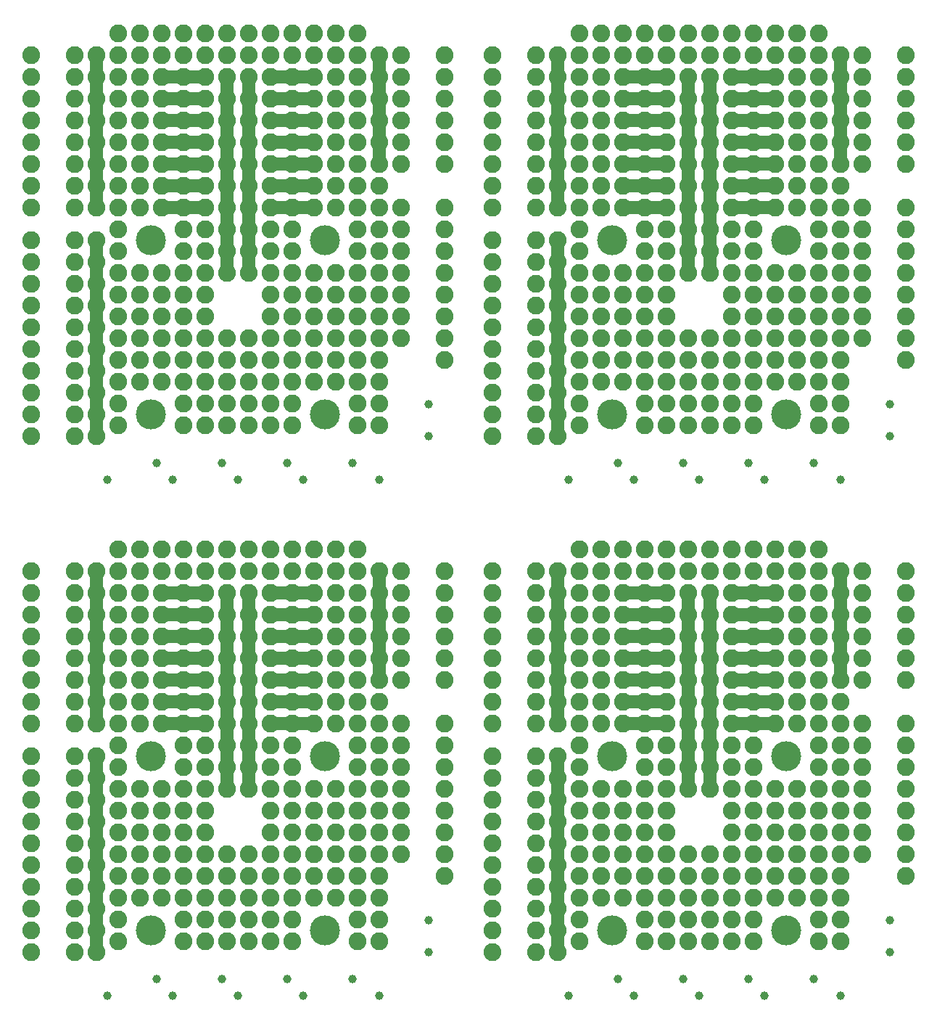
<source format=gbs>
G75*
%MOIN*%
%OFA0B0*%
%FSLAX25Y25*%
%IPPOS*%
%LPD*%
%AMOC8*
5,1,8,0,0,1.08239X$1,22.5*
%
%ADD10C,0.06000*%
%ADD11C,0.08200*%
%ADD12C,0.13800*%
%ADD13C,0.03900*%
D10*
X0130355Y0102524D02*
X0130355Y0192524D01*
X0130355Y0207524D02*
X0130355Y0277524D01*
X0160355Y0267524D02*
X0180355Y0267524D01*
X0180355Y0257524D02*
X0160355Y0257524D01*
X0160355Y0247524D02*
X0180355Y0247524D01*
X0180355Y0237524D02*
X0160355Y0237524D01*
X0160355Y0227524D02*
X0180355Y0227524D01*
X0180355Y0217524D02*
X0160355Y0217524D01*
X0160355Y0207524D02*
X0180355Y0207524D01*
X0210355Y0207524D02*
X0230355Y0207524D01*
X0230355Y0217524D02*
X0210355Y0217524D01*
X0210355Y0227524D02*
X0230355Y0227524D01*
X0230355Y0237524D02*
X0210355Y0237524D01*
X0210355Y0247524D02*
X0230355Y0247524D01*
X0230355Y0257524D02*
X0210355Y0257524D01*
X0210355Y0267524D02*
X0230355Y0267524D01*
X0260355Y0277524D02*
X0260355Y0227524D01*
X0200355Y0267524D02*
X0200355Y0177524D01*
X0190355Y0177524D02*
X0190355Y0267524D01*
X0130355Y0339524D02*
X0130355Y0429524D01*
X0130355Y0444524D02*
X0130355Y0514524D01*
X0160355Y0504524D02*
X0180355Y0504524D01*
X0180355Y0494524D02*
X0160355Y0494524D01*
X0160355Y0484524D02*
X0180355Y0484524D01*
X0180355Y0474524D02*
X0160355Y0474524D01*
X0160355Y0464524D02*
X0180355Y0464524D01*
X0180355Y0454524D02*
X0160355Y0454524D01*
X0160355Y0444524D02*
X0180355Y0444524D01*
X0210355Y0444524D02*
X0230355Y0444524D01*
X0230355Y0454524D02*
X0210355Y0454524D01*
X0210355Y0464524D02*
X0230355Y0464524D01*
X0230355Y0474524D02*
X0210355Y0474524D01*
X0210355Y0484524D02*
X0230355Y0484524D01*
X0230355Y0494524D02*
X0210355Y0494524D01*
X0210355Y0504524D02*
X0230355Y0504524D01*
X0260355Y0514524D02*
X0260355Y0464524D01*
X0200355Y0504524D02*
X0200355Y0414524D01*
X0190355Y0414524D02*
X0190355Y0504524D01*
X0342355Y0514524D02*
X0342355Y0444524D01*
X0342355Y0429524D02*
X0342355Y0339524D01*
X0342355Y0277524D02*
X0342355Y0207524D01*
X0342355Y0192524D02*
X0342355Y0102524D01*
X0402355Y0177524D02*
X0402355Y0267524D01*
X0392355Y0267524D02*
X0372355Y0267524D01*
X0372355Y0257524D02*
X0392355Y0257524D01*
X0392355Y0247524D02*
X0372355Y0247524D01*
X0372355Y0237524D02*
X0392355Y0237524D01*
X0392355Y0227524D02*
X0372355Y0227524D01*
X0372355Y0217524D02*
X0392355Y0217524D01*
X0392355Y0207524D02*
X0372355Y0207524D01*
X0412355Y0177524D02*
X0412355Y0267524D01*
X0422355Y0267524D02*
X0442355Y0267524D01*
X0442355Y0257524D02*
X0422355Y0257524D01*
X0422355Y0247524D02*
X0442355Y0247524D01*
X0442355Y0237524D02*
X0422355Y0237524D01*
X0422355Y0227524D02*
X0442355Y0227524D01*
X0442355Y0217524D02*
X0422355Y0217524D01*
X0422355Y0207524D02*
X0442355Y0207524D01*
X0472355Y0227524D02*
X0472355Y0277524D01*
X0412355Y0414524D02*
X0412355Y0504524D01*
X0402355Y0504524D02*
X0402355Y0414524D01*
X0392355Y0444524D02*
X0372355Y0444524D01*
X0372355Y0454524D02*
X0392355Y0454524D01*
X0392355Y0464524D02*
X0372355Y0464524D01*
X0372355Y0474524D02*
X0392355Y0474524D01*
X0392355Y0484524D02*
X0372355Y0484524D01*
X0372355Y0494524D02*
X0392355Y0494524D01*
X0392355Y0504524D02*
X0372355Y0504524D01*
X0422355Y0504524D02*
X0442355Y0504524D01*
X0442355Y0494524D02*
X0422355Y0494524D01*
X0422355Y0484524D02*
X0442355Y0484524D01*
X0442355Y0474524D02*
X0422355Y0474524D01*
X0422355Y0464524D02*
X0442355Y0464524D01*
X0442355Y0454524D02*
X0422355Y0454524D01*
X0422355Y0444524D02*
X0442355Y0444524D01*
X0472355Y0464524D02*
X0472355Y0514524D01*
D11*
X0100355Y0102524D03*
X0100355Y0112524D03*
X0100355Y0122524D03*
X0100355Y0132524D03*
X0100355Y0142524D03*
X0100355Y0152524D03*
X0100355Y0162524D03*
X0100355Y0172524D03*
X0100355Y0182524D03*
X0100355Y0192524D03*
X0100355Y0207524D03*
X0100355Y0217524D03*
X0100355Y0227524D03*
X0100355Y0237524D03*
X0100355Y0247524D03*
X0100355Y0257524D03*
X0100355Y0267524D03*
X0100355Y0277524D03*
X0120355Y0277524D03*
X0130355Y0277524D03*
X0130355Y0267524D03*
X0120355Y0267524D03*
X0120355Y0257524D03*
X0130355Y0257524D03*
X0130355Y0247524D03*
X0120355Y0247524D03*
X0120355Y0237524D03*
X0130355Y0237524D03*
X0130355Y0227524D03*
X0120355Y0227524D03*
X0120355Y0217524D03*
X0120355Y0207524D03*
X0130355Y0207524D03*
X0130355Y0217524D03*
X0140355Y0217524D03*
X0140355Y0207524D03*
X0140355Y0197524D03*
X0140355Y0187524D03*
X0140355Y0177524D03*
X0140355Y0167524D03*
X0140355Y0157524D03*
X0140355Y0147524D03*
X0140355Y0137524D03*
X0140355Y0127524D03*
X0140355Y0117524D03*
X0140355Y0107524D03*
X0130355Y0112524D03*
X0120355Y0112524D03*
X0120355Y0122524D03*
X0130355Y0122524D03*
X0130355Y0132524D03*
X0120355Y0132524D03*
X0120355Y0142524D03*
X0120355Y0152524D03*
X0130355Y0152524D03*
X0130355Y0142524D03*
X0130355Y0162524D03*
X0120355Y0162524D03*
X0120355Y0172524D03*
X0120355Y0182524D03*
X0130355Y0182524D03*
X0130355Y0172524D03*
X0130355Y0192524D03*
X0120355Y0192524D03*
X0150355Y0207524D03*
X0150355Y0217524D03*
X0150355Y0227524D03*
X0140355Y0227524D03*
X0140355Y0237524D03*
X0140355Y0247524D03*
X0140355Y0257524D03*
X0140355Y0267524D03*
X0140355Y0277524D03*
X0140355Y0287524D03*
X0150355Y0287524D03*
X0150355Y0277524D03*
X0150355Y0267524D03*
X0150355Y0257524D03*
X0150355Y0247524D03*
X0150355Y0237524D03*
X0160355Y0237524D03*
X0160355Y0247524D03*
X0160355Y0257524D03*
X0160355Y0267524D03*
X0160355Y0277524D03*
X0160355Y0287524D03*
X0170355Y0287524D03*
X0170355Y0277524D03*
X0170355Y0267524D03*
X0170355Y0257524D03*
X0170355Y0247524D03*
X0170355Y0237524D03*
X0170355Y0227524D03*
X0160355Y0227524D03*
X0160355Y0217524D03*
X0160355Y0207524D03*
X0170355Y0207524D03*
X0170355Y0217524D03*
X0180355Y0217524D03*
X0180355Y0207524D03*
X0180355Y0197524D03*
X0170355Y0197524D03*
X0170355Y0187524D03*
X0170355Y0177524D03*
X0160355Y0177524D03*
X0150355Y0177524D03*
X0150355Y0167524D03*
X0150355Y0157524D03*
X0150355Y0147524D03*
X0150355Y0137524D03*
X0150355Y0127524D03*
X0160355Y0127524D03*
X0160355Y0137524D03*
X0160355Y0147524D03*
X0160355Y0157524D03*
X0160355Y0167524D03*
X0170355Y0167524D03*
X0170355Y0157524D03*
X0170355Y0147524D03*
X0170355Y0137524D03*
X0170355Y0127524D03*
X0170355Y0117524D03*
X0170355Y0107524D03*
X0180355Y0107524D03*
X0180355Y0117524D03*
X0180355Y0127524D03*
X0180355Y0137524D03*
X0180355Y0147524D03*
X0180355Y0157524D03*
X0180355Y0167524D03*
X0180355Y0177524D03*
X0180355Y0187524D03*
X0190355Y0187524D03*
X0190355Y0177524D03*
X0200355Y0177524D03*
X0200355Y0187524D03*
X0200355Y0197524D03*
X0190355Y0197524D03*
X0190355Y0207524D03*
X0190355Y0217524D03*
X0200355Y0217524D03*
X0200355Y0207524D03*
X0210355Y0207524D03*
X0210355Y0217524D03*
X0210355Y0227524D03*
X0200355Y0227524D03*
X0190355Y0227524D03*
X0180355Y0227524D03*
X0180355Y0237524D03*
X0180355Y0247524D03*
X0180355Y0257524D03*
X0180355Y0267524D03*
X0180355Y0277524D03*
X0180355Y0287524D03*
X0190355Y0287524D03*
X0190355Y0277524D03*
X0200355Y0277524D03*
X0200355Y0287524D03*
X0210355Y0287524D03*
X0210355Y0277524D03*
X0210355Y0267524D03*
X0200355Y0267524D03*
X0190355Y0267524D03*
X0190355Y0257524D03*
X0200355Y0257524D03*
X0200355Y0247524D03*
X0190355Y0247524D03*
X0190355Y0237524D03*
X0200355Y0237524D03*
X0210355Y0237524D03*
X0210355Y0247524D03*
X0210355Y0257524D03*
X0220355Y0257524D03*
X0220355Y0267524D03*
X0220355Y0277524D03*
X0220355Y0287524D03*
X0230355Y0287524D03*
X0230355Y0277524D03*
X0230355Y0267524D03*
X0230355Y0257524D03*
X0230355Y0247524D03*
X0230355Y0237524D03*
X0220355Y0237524D03*
X0220355Y0247524D03*
X0220355Y0227524D03*
X0220355Y0217524D03*
X0220355Y0207524D03*
X0220355Y0197524D03*
X0210355Y0197524D03*
X0210355Y0187524D03*
X0210355Y0177524D03*
X0210355Y0167524D03*
X0210355Y0157524D03*
X0210355Y0147524D03*
X0200355Y0147524D03*
X0190355Y0147524D03*
X0190355Y0137524D03*
X0200355Y0137524D03*
X0200355Y0127524D03*
X0190355Y0127524D03*
X0190355Y0117524D03*
X0190355Y0107524D03*
X0200355Y0107524D03*
X0200355Y0117524D03*
X0210355Y0117524D03*
X0210355Y0107524D03*
X0220355Y0107524D03*
X0220355Y0117524D03*
X0220355Y0127524D03*
X0210355Y0127524D03*
X0210355Y0137524D03*
X0220355Y0137524D03*
X0220355Y0147524D03*
X0220355Y0157524D03*
X0220355Y0167524D03*
X0220355Y0177524D03*
X0220355Y0187524D03*
X0230355Y0177524D03*
X0230355Y0167524D03*
X0230355Y0157524D03*
X0230355Y0147524D03*
X0230355Y0137524D03*
X0230355Y0127524D03*
X0240355Y0127524D03*
X0240355Y0137524D03*
X0240355Y0147524D03*
X0240355Y0157524D03*
X0240355Y0167524D03*
X0240355Y0177524D03*
X0250355Y0177524D03*
X0250355Y0187524D03*
X0260355Y0187524D03*
X0260355Y0177524D03*
X0260355Y0167524D03*
X0250355Y0167524D03*
X0250355Y0157524D03*
X0250355Y0147524D03*
X0260355Y0147524D03*
X0260355Y0157524D03*
X0270355Y0157524D03*
X0270355Y0147524D03*
X0260355Y0137524D03*
X0250355Y0137524D03*
X0250355Y0127524D03*
X0260355Y0127524D03*
X0260355Y0117524D03*
X0250355Y0117524D03*
X0250355Y0107524D03*
X0260355Y0107524D03*
X0290355Y0137524D03*
X0290355Y0147524D03*
X0290355Y0157524D03*
X0290355Y0167524D03*
X0290355Y0177524D03*
X0290355Y0187524D03*
X0290355Y0197524D03*
X0290355Y0207524D03*
X0290355Y0227524D03*
X0290355Y0237524D03*
X0290355Y0247524D03*
X0290355Y0257524D03*
X0290355Y0267524D03*
X0290355Y0277524D03*
X0270355Y0277524D03*
X0260355Y0277524D03*
X0250355Y0277524D03*
X0250355Y0287524D03*
X0240355Y0287524D03*
X0240355Y0277524D03*
X0240355Y0267524D03*
X0240355Y0257524D03*
X0240355Y0247524D03*
X0240355Y0237524D03*
X0240355Y0227524D03*
X0230355Y0227524D03*
X0230355Y0217524D03*
X0230355Y0207524D03*
X0240355Y0207524D03*
X0240355Y0217524D03*
X0250355Y0217524D03*
X0250355Y0207524D03*
X0260355Y0207524D03*
X0260355Y0217524D03*
X0260355Y0227524D03*
X0250355Y0227524D03*
X0250355Y0237524D03*
X0250355Y0247524D03*
X0260355Y0247524D03*
X0260355Y0237524D03*
X0270355Y0237524D03*
X0270355Y0247524D03*
X0270355Y0257524D03*
X0260355Y0257524D03*
X0250355Y0257524D03*
X0250355Y0267524D03*
X0260355Y0267524D03*
X0270355Y0267524D03*
X0270355Y0227524D03*
X0270355Y0207524D03*
X0270355Y0197524D03*
X0260355Y0197524D03*
X0250355Y0197524D03*
X0270355Y0187524D03*
X0270355Y0177524D03*
X0270355Y0167524D03*
X0312355Y0172524D03*
X0312355Y0182524D03*
X0312355Y0192524D03*
X0312355Y0207524D03*
X0312355Y0217524D03*
X0312355Y0227524D03*
X0312355Y0237524D03*
X0312355Y0247524D03*
X0312355Y0257524D03*
X0312355Y0267524D03*
X0312355Y0277524D03*
X0332355Y0277524D03*
X0342355Y0277524D03*
X0342355Y0267524D03*
X0332355Y0267524D03*
X0332355Y0257524D03*
X0342355Y0257524D03*
X0342355Y0247524D03*
X0332355Y0247524D03*
X0332355Y0237524D03*
X0342355Y0237524D03*
X0342355Y0227524D03*
X0332355Y0227524D03*
X0332355Y0217524D03*
X0332355Y0207524D03*
X0342355Y0207524D03*
X0342355Y0217524D03*
X0352355Y0217524D03*
X0352355Y0207524D03*
X0352355Y0197524D03*
X0352355Y0187524D03*
X0352355Y0177524D03*
X0352355Y0167524D03*
X0352355Y0157524D03*
X0352355Y0147524D03*
X0352355Y0137524D03*
X0352355Y0127524D03*
X0352355Y0117524D03*
X0352355Y0107524D03*
X0342355Y0112524D03*
X0332355Y0112524D03*
X0332355Y0122524D03*
X0342355Y0122524D03*
X0342355Y0132524D03*
X0332355Y0132524D03*
X0332355Y0142524D03*
X0332355Y0152524D03*
X0342355Y0152524D03*
X0342355Y0142524D03*
X0342355Y0162524D03*
X0332355Y0162524D03*
X0332355Y0172524D03*
X0332355Y0182524D03*
X0342355Y0182524D03*
X0342355Y0172524D03*
X0342355Y0192524D03*
X0332355Y0192524D03*
X0362355Y0207524D03*
X0362355Y0217524D03*
X0362355Y0227524D03*
X0352355Y0227524D03*
X0352355Y0237524D03*
X0352355Y0247524D03*
X0352355Y0257524D03*
X0352355Y0267524D03*
X0352355Y0277524D03*
X0352355Y0287524D03*
X0362355Y0287524D03*
X0362355Y0277524D03*
X0362355Y0267524D03*
X0362355Y0257524D03*
X0362355Y0247524D03*
X0362355Y0237524D03*
X0372355Y0237524D03*
X0372355Y0247524D03*
X0372355Y0257524D03*
X0372355Y0267524D03*
X0372355Y0277524D03*
X0372355Y0287524D03*
X0382355Y0287524D03*
X0382355Y0277524D03*
X0382355Y0267524D03*
X0382355Y0257524D03*
X0382355Y0247524D03*
X0382355Y0237524D03*
X0382355Y0227524D03*
X0372355Y0227524D03*
X0372355Y0217524D03*
X0372355Y0207524D03*
X0382355Y0207524D03*
X0382355Y0217524D03*
X0392355Y0217524D03*
X0392355Y0207524D03*
X0402355Y0207524D03*
X0402355Y0217524D03*
X0402355Y0227524D03*
X0392355Y0227524D03*
X0392355Y0237524D03*
X0392355Y0247524D03*
X0402355Y0247524D03*
X0402355Y0237524D03*
X0412355Y0237524D03*
X0412355Y0247524D03*
X0412355Y0257524D03*
X0402355Y0257524D03*
X0392355Y0257524D03*
X0392355Y0267524D03*
X0402355Y0267524D03*
X0402355Y0277524D03*
X0392355Y0277524D03*
X0392355Y0287524D03*
X0402355Y0287524D03*
X0412355Y0287524D03*
X0412355Y0277524D03*
X0412355Y0267524D03*
X0422355Y0267524D03*
X0422355Y0277524D03*
X0422355Y0287524D03*
X0432355Y0287524D03*
X0432355Y0277524D03*
X0432355Y0267524D03*
X0432355Y0257524D03*
X0422355Y0257524D03*
X0422355Y0247524D03*
X0422355Y0237524D03*
X0422355Y0227524D03*
X0412355Y0227524D03*
X0412355Y0217524D03*
X0412355Y0207524D03*
X0412355Y0197524D03*
X0402355Y0197524D03*
X0392355Y0197524D03*
X0382355Y0197524D03*
X0382355Y0187524D03*
X0382355Y0177524D03*
X0372355Y0177524D03*
X0362355Y0177524D03*
X0362355Y0167524D03*
X0362355Y0157524D03*
X0362355Y0147524D03*
X0362355Y0137524D03*
X0362355Y0127524D03*
X0372355Y0127524D03*
X0372355Y0137524D03*
X0372355Y0147524D03*
X0372355Y0157524D03*
X0372355Y0167524D03*
X0382355Y0167524D03*
X0382355Y0157524D03*
X0382355Y0147524D03*
X0382355Y0137524D03*
X0382355Y0127524D03*
X0382355Y0117524D03*
X0382355Y0107524D03*
X0392355Y0107524D03*
X0392355Y0117524D03*
X0402355Y0117524D03*
X0402355Y0107524D03*
X0412355Y0107524D03*
X0412355Y0117524D03*
X0412355Y0127524D03*
X0402355Y0127524D03*
X0392355Y0127524D03*
X0392355Y0137524D03*
X0402355Y0137524D03*
X0402355Y0147524D03*
X0392355Y0147524D03*
X0392355Y0157524D03*
X0392355Y0167524D03*
X0392355Y0177524D03*
X0392355Y0187524D03*
X0402355Y0187524D03*
X0402355Y0177524D03*
X0412355Y0177524D03*
X0412355Y0187524D03*
X0422355Y0187524D03*
X0422355Y0177524D03*
X0422355Y0167524D03*
X0422355Y0157524D03*
X0422355Y0147524D03*
X0412355Y0147524D03*
X0412355Y0137524D03*
X0422355Y0137524D03*
X0422355Y0127524D03*
X0422355Y0117524D03*
X0422355Y0107524D03*
X0432355Y0107524D03*
X0432355Y0117524D03*
X0432355Y0127524D03*
X0432355Y0137524D03*
X0432355Y0147524D03*
X0432355Y0157524D03*
X0432355Y0167524D03*
X0432355Y0177524D03*
X0432355Y0187524D03*
X0432355Y0197524D03*
X0422355Y0197524D03*
X0422355Y0207524D03*
X0422355Y0217524D03*
X0432355Y0217524D03*
X0432355Y0207524D03*
X0442355Y0207524D03*
X0442355Y0217524D03*
X0442355Y0227524D03*
X0432355Y0227524D03*
X0432355Y0237524D03*
X0432355Y0247524D03*
X0442355Y0247524D03*
X0442355Y0237524D03*
X0452355Y0237524D03*
X0452355Y0247524D03*
X0452355Y0257524D03*
X0442355Y0257524D03*
X0442355Y0267524D03*
X0442355Y0277524D03*
X0442355Y0287524D03*
X0452355Y0287524D03*
X0452355Y0277524D03*
X0452355Y0267524D03*
X0462355Y0267524D03*
X0472355Y0267524D03*
X0472355Y0277524D03*
X0462355Y0277524D03*
X0462355Y0287524D03*
X0482355Y0277524D03*
X0482355Y0267524D03*
X0482355Y0257524D03*
X0472355Y0257524D03*
X0462355Y0257524D03*
X0462355Y0247524D03*
X0462355Y0237524D03*
X0472355Y0237524D03*
X0472355Y0247524D03*
X0482355Y0247524D03*
X0482355Y0237524D03*
X0482355Y0227524D03*
X0472355Y0227524D03*
X0462355Y0227524D03*
X0452355Y0227524D03*
X0452355Y0217524D03*
X0452355Y0207524D03*
X0462355Y0207524D03*
X0462355Y0217524D03*
X0472355Y0217524D03*
X0472355Y0207524D03*
X0472355Y0197524D03*
X0462355Y0197524D03*
X0462355Y0187524D03*
X0462355Y0177524D03*
X0472355Y0177524D03*
X0472355Y0187524D03*
X0482355Y0187524D03*
X0482355Y0177524D03*
X0482355Y0167524D03*
X0472355Y0167524D03*
X0462355Y0167524D03*
X0452355Y0167524D03*
X0442355Y0167524D03*
X0442355Y0177524D03*
X0452355Y0177524D03*
X0452355Y0157524D03*
X0452355Y0147524D03*
X0442355Y0147524D03*
X0442355Y0157524D03*
X0442355Y0137524D03*
X0442355Y0127524D03*
X0452355Y0127524D03*
X0452355Y0137524D03*
X0462355Y0137524D03*
X0472355Y0137524D03*
X0472355Y0147524D03*
X0462355Y0147524D03*
X0462355Y0157524D03*
X0472355Y0157524D03*
X0482355Y0157524D03*
X0482355Y0147524D03*
X0502355Y0147524D03*
X0502355Y0157524D03*
X0502355Y0167524D03*
X0502355Y0177524D03*
X0502355Y0187524D03*
X0502355Y0197524D03*
X0502355Y0207524D03*
X0502355Y0227524D03*
X0502355Y0237524D03*
X0502355Y0247524D03*
X0502355Y0257524D03*
X0502355Y0267524D03*
X0502355Y0277524D03*
X0472355Y0344524D03*
X0462355Y0344524D03*
X0462355Y0354524D03*
X0462355Y0364524D03*
X0472355Y0364524D03*
X0472355Y0354524D03*
X0472355Y0374524D03*
X0462355Y0374524D03*
X0452355Y0374524D03*
X0442355Y0374524D03*
X0432355Y0374524D03*
X0422355Y0374524D03*
X0412355Y0374524D03*
X0402355Y0374524D03*
X0392355Y0374524D03*
X0382355Y0374524D03*
X0372355Y0374524D03*
X0362355Y0374524D03*
X0352355Y0374524D03*
X0352355Y0384524D03*
X0352355Y0394524D03*
X0352355Y0404524D03*
X0352355Y0414524D03*
X0352355Y0424524D03*
X0352355Y0434524D03*
X0352355Y0444524D03*
X0342355Y0444524D03*
X0332355Y0444524D03*
X0332355Y0454524D03*
X0332355Y0464524D03*
X0342355Y0464524D03*
X0342355Y0454524D03*
X0352355Y0454524D03*
X0352355Y0464524D03*
X0352355Y0474524D03*
X0342355Y0474524D03*
X0332355Y0474524D03*
X0332355Y0484524D03*
X0332355Y0494524D03*
X0342355Y0494524D03*
X0342355Y0484524D03*
X0352355Y0484524D03*
X0352355Y0494524D03*
X0352355Y0504524D03*
X0342355Y0504524D03*
X0332355Y0504524D03*
X0332355Y0514524D03*
X0342355Y0514524D03*
X0352355Y0514524D03*
X0352355Y0524524D03*
X0362355Y0524524D03*
X0362355Y0514524D03*
X0362355Y0504524D03*
X0362355Y0494524D03*
X0362355Y0484524D03*
X0362355Y0474524D03*
X0362355Y0464524D03*
X0362355Y0454524D03*
X0362355Y0444524D03*
X0372355Y0444524D03*
X0372355Y0454524D03*
X0372355Y0464524D03*
X0372355Y0474524D03*
X0372355Y0484524D03*
X0372355Y0494524D03*
X0372355Y0504524D03*
X0372355Y0514524D03*
X0372355Y0524524D03*
X0382355Y0524524D03*
X0382355Y0514524D03*
X0382355Y0504524D03*
X0382355Y0494524D03*
X0382355Y0484524D03*
X0382355Y0474524D03*
X0382355Y0464524D03*
X0382355Y0454524D03*
X0382355Y0444524D03*
X0382355Y0434524D03*
X0382355Y0424524D03*
X0382355Y0414524D03*
X0372355Y0414524D03*
X0362355Y0414524D03*
X0362355Y0404524D03*
X0362355Y0394524D03*
X0362355Y0384524D03*
X0372355Y0384524D03*
X0372355Y0394524D03*
X0372355Y0404524D03*
X0382355Y0404524D03*
X0382355Y0394524D03*
X0382355Y0384524D03*
X0392355Y0384524D03*
X0392355Y0394524D03*
X0402355Y0384524D03*
X0412355Y0384524D03*
X0422355Y0384524D03*
X0422355Y0394524D03*
X0422355Y0404524D03*
X0422355Y0414524D03*
X0422355Y0424524D03*
X0412355Y0424524D03*
X0412355Y0414524D03*
X0402355Y0414524D03*
X0392355Y0414524D03*
X0392355Y0424524D03*
X0402355Y0424524D03*
X0402355Y0434524D03*
X0392355Y0434524D03*
X0392355Y0444524D03*
X0402355Y0444524D03*
X0402355Y0454524D03*
X0392355Y0454524D03*
X0392355Y0464524D03*
X0402355Y0464524D03*
X0402355Y0474524D03*
X0392355Y0474524D03*
X0392355Y0484524D03*
X0392355Y0494524D03*
X0402355Y0494524D03*
X0402355Y0484524D03*
X0412355Y0484524D03*
X0412355Y0494524D03*
X0412355Y0504524D03*
X0402355Y0504524D03*
X0392355Y0504524D03*
X0392355Y0514524D03*
X0392355Y0524524D03*
X0402355Y0524524D03*
X0402355Y0514524D03*
X0412355Y0514524D03*
X0412355Y0524524D03*
X0422355Y0524524D03*
X0422355Y0514524D03*
X0422355Y0504524D03*
X0422355Y0494524D03*
X0422355Y0484524D03*
X0422355Y0474524D03*
X0412355Y0474524D03*
X0412355Y0464524D03*
X0412355Y0454524D03*
X0412355Y0444524D03*
X0412355Y0434524D03*
X0422355Y0434524D03*
X0422355Y0444524D03*
X0422355Y0454524D03*
X0422355Y0464524D03*
X0432355Y0464524D03*
X0432355Y0454524D03*
X0432355Y0444524D03*
X0432355Y0434524D03*
X0432355Y0424524D03*
X0432355Y0414524D03*
X0432355Y0404524D03*
X0432355Y0394524D03*
X0432355Y0384524D03*
X0442355Y0384524D03*
X0442355Y0394524D03*
X0442355Y0404524D03*
X0442355Y0414524D03*
X0452355Y0414524D03*
X0452355Y0404524D03*
X0452355Y0394524D03*
X0452355Y0384524D03*
X0462355Y0384524D03*
X0462355Y0394524D03*
X0472355Y0394524D03*
X0472355Y0384524D03*
X0482355Y0384524D03*
X0482355Y0394524D03*
X0482355Y0404524D03*
X0472355Y0404524D03*
X0462355Y0404524D03*
X0462355Y0414524D03*
X0462355Y0424524D03*
X0472355Y0424524D03*
X0472355Y0414524D03*
X0482355Y0414524D03*
X0482355Y0424524D03*
X0482355Y0434524D03*
X0472355Y0434524D03*
X0462355Y0434524D03*
X0462355Y0444524D03*
X0472355Y0444524D03*
X0472355Y0454524D03*
X0462355Y0454524D03*
X0462355Y0464524D03*
X0472355Y0464524D03*
X0472355Y0474524D03*
X0462355Y0474524D03*
X0452355Y0474524D03*
X0442355Y0474524D03*
X0432355Y0474524D03*
X0432355Y0484524D03*
X0432355Y0494524D03*
X0432355Y0504524D03*
X0432355Y0514524D03*
X0432355Y0524524D03*
X0442355Y0524524D03*
X0442355Y0514524D03*
X0442355Y0504524D03*
X0442355Y0494524D03*
X0442355Y0484524D03*
X0452355Y0484524D03*
X0452355Y0494524D03*
X0452355Y0504524D03*
X0452355Y0514524D03*
X0452355Y0524524D03*
X0462355Y0524524D03*
X0462355Y0514524D03*
X0472355Y0514524D03*
X0472355Y0504524D03*
X0462355Y0504524D03*
X0462355Y0494524D03*
X0462355Y0484524D03*
X0472355Y0484524D03*
X0472355Y0494524D03*
X0482355Y0494524D03*
X0482355Y0484524D03*
X0482355Y0474524D03*
X0482355Y0464524D03*
X0482355Y0444524D03*
X0502355Y0444524D03*
X0502355Y0434524D03*
X0502355Y0424524D03*
X0502355Y0414524D03*
X0502355Y0404524D03*
X0502355Y0394524D03*
X0502355Y0384524D03*
X0502355Y0374524D03*
X0452355Y0364524D03*
X0442355Y0364524D03*
X0432355Y0364524D03*
X0432355Y0354524D03*
X0422355Y0354524D03*
X0422355Y0364524D03*
X0412355Y0364524D03*
X0412355Y0354524D03*
X0402355Y0354524D03*
X0392355Y0354524D03*
X0392355Y0364524D03*
X0402355Y0364524D03*
X0382355Y0364524D03*
X0382355Y0354524D03*
X0382355Y0344524D03*
X0392355Y0344524D03*
X0402355Y0344524D03*
X0412355Y0344524D03*
X0422355Y0344524D03*
X0432355Y0344524D03*
X0392355Y0404524D03*
X0372355Y0364524D03*
X0362355Y0364524D03*
X0352355Y0364524D03*
X0352355Y0354524D03*
X0352355Y0344524D03*
X0342355Y0349524D03*
X0332355Y0349524D03*
X0332355Y0359524D03*
X0342355Y0359524D03*
X0342355Y0369524D03*
X0332355Y0369524D03*
X0332355Y0379524D03*
X0342355Y0379524D03*
X0342355Y0389524D03*
X0332355Y0389524D03*
X0332355Y0399524D03*
X0342355Y0399524D03*
X0342355Y0409524D03*
X0332355Y0409524D03*
X0332355Y0419524D03*
X0332355Y0429524D03*
X0342355Y0429524D03*
X0342355Y0419524D03*
X0312355Y0419524D03*
X0312355Y0429524D03*
X0312355Y0444524D03*
X0312355Y0454524D03*
X0312355Y0464524D03*
X0312355Y0474524D03*
X0312355Y0484524D03*
X0312355Y0494524D03*
X0312355Y0504524D03*
X0312355Y0514524D03*
X0290355Y0514524D03*
X0290355Y0504524D03*
X0290355Y0494524D03*
X0290355Y0484524D03*
X0290355Y0474524D03*
X0290355Y0464524D03*
X0290355Y0444524D03*
X0290355Y0434524D03*
X0290355Y0424524D03*
X0290355Y0414524D03*
X0290355Y0404524D03*
X0290355Y0394524D03*
X0290355Y0384524D03*
X0290355Y0374524D03*
X0270355Y0384524D03*
X0270355Y0394524D03*
X0260355Y0394524D03*
X0250355Y0394524D03*
X0250355Y0384524D03*
X0260355Y0384524D03*
X0260355Y0374524D03*
X0250355Y0374524D03*
X0240355Y0374524D03*
X0230355Y0374524D03*
X0220355Y0374524D03*
X0210355Y0374524D03*
X0200355Y0374524D03*
X0190355Y0374524D03*
X0180355Y0374524D03*
X0170355Y0374524D03*
X0160355Y0374524D03*
X0150355Y0374524D03*
X0140355Y0374524D03*
X0140355Y0384524D03*
X0140355Y0394524D03*
X0140355Y0404524D03*
X0140355Y0414524D03*
X0140355Y0424524D03*
X0140355Y0434524D03*
X0140355Y0444524D03*
X0130355Y0444524D03*
X0120355Y0444524D03*
X0120355Y0454524D03*
X0120355Y0464524D03*
X0130355Y0464524D03*
X0130355Y0454524D03*
X0140355Y0454524D03*
X0140355Y0464524D03*
X0140355Y0474524D03*
X0130355Y0474524D03*
X0120355Y0474524D03*
X0120355Y0484524D03*
X0120355Y0494524D03*
X0130355Y0494524D03*
X0130355Y0484524D03*
X0140355Y0484524D03*
X0140355Y0494524D03*
X0140355Y0504524D03*
X0130355Y0504524D03*
X0120355Y0504524D03*
X0120355Y0514524D03*
X0130355Y0514524D03*
X0140355Y0514524D03*
X0140355Y0524524D03*
X0150355Y0524524D03*
X0150355Y0514524D03*
X0150355Y0504524D03*
X0150355Y0494524D03*
X0150355Y0484524D03*
X0150355Y0474524D03*
X0150355Y0464524D03*
X0150355Y0454524D03*
X0150355Y0444524D03*
X0160355Y0444524D03*
X0160355Y0454524D03*
X0160355Y0464524D03*
X0160355Y0474524D03*
X0160355Y0484524D03*
X0160355Y0494524D03*
X0160355Y0504524D03*
X0160355Y0514524D03*
X0160355Y0524524D03*
X0170355Y0524524D03*
X0170355Y0514524D03*
X0170355Y0504524D03*
X0170355Y0494524D03*
X0170355Y0484524D03*
X0170355Y0474524D03*
X0170355Y0464524D03*
X0170355Y0454524D03*
X0170355Y0444524D03*
X0170355Y0434524D03*
X0170355Y0424524D03*
X0170355Y0414524D03*
X0160355Y0414524D03*
X0150355Y0414524D03*
X0150355Y0404524D03*
X0150355Y0394524D03*
X0150355Y0384524D03*
X0160355Y0384524D03*
X0160355Y0394524D03*
X0160355Y0404524D03*
X0170355Y0404524D03*
X0170355Y0394524D03*
X0170355Y0384524D03*
X0180355Y0384524D03*
X0180355Y0394524D03*
X0180355Y0404524D03*
X0180355Y0414524D03*
X0180355Y0424524D03*
X0180355Y0434524D03*
X0180355Y0444524D03*
X0180355Y0454524D03*
X0180355Y0464524D03*
X0180355Y0474524D03*
X0180355Y0484524D03*
X0180355Y0494524D03*
X0180355Y0504524D03*
X0180355Y0514524D03*
X0180355Y0524524D03*
X0190355Y0524524D03*
X0190355Y0514524D03*
X0200355Y0514524D03*
X0200355Y0524524D03*
X0210355Y0524524D03*
X0210355Y0514524D03*
X0210355Y0504524D03*
X0200355Y0504524D03*
X0190355Y0504524D03*
X0190355Y0494524D03*
X0190355Y0484524D03*
X0200355Y0484524D03*
X0200355Y0494524D03*
X0210355Y0494524D03*
X0210355Y0484524D03*
X0210355Y0474524D03*
X0200355Y0474524D03*
X0190355Y0474524D03*
X0190355Y0464524D03*
X0190355Y0454524D03*
X0200355Y0454524D03*
X0200355Y0464524D03*
X0210355Y0464524D03*
X0210355Y0454524D03*
X0210355Y0444524D03*
X0200355Y0444524D03*
X0190355Y0444524D03*
X0190355Y0434524D03*
X0200355Y0434524D03*
X0200355Y0424524D03*
X0190355Y0424524D03*
X0190355Y0414524D03*
X0200355Y0414524D03*
X0210355Y0414524D03*
X0210355Y0424524D03*
X0210355Y0434524D03*
X0220355Y0434524D03*
X0220355Y0444524D03*
X0220355Y0454524D03*
X0220355Y0464524D03*
X0220355Y0474524D03*
X0220355Y0484524D03*
X0220355Y0494524D03*
X0220355Y0504524D03*
X0220355Y0514524D03*
X0220355Y0524524D03*
X0230355Y0524524D03*
X0230355Y0514524D03*
X0230355Y0504524D03*
X0230355Y0494524D03*
X0230355Y0484524D03*
X0230355Y0474524D03*
X0230355Y0464524D03*
X0230355Y0454524D03*
X0230355Y0444524D03*
X0240355Y0444524D03*
X0240355Y0454524D03*
X0240355Y0464524D03*
X0240355Y0474524D03*
X0240355Y0484524D03*
X0240355Y0494524D03*
X0240355Y0504524D03*
X0240355Y0514524D03*
X0240355Y0524524D03*
X0250355Y0524524D03*
X0250355Y0514524D03*
X0260355Y0514524D03*
X0260355Y0504524D03*
X0250355Y0504524D03*
X0250355Y0494524D03*
X0250355Y0484524D03*
X0260355Y0484524D03*
X0260355Y0494524D03*
X0270355Y0494524D03*
X0270355Y0484524D03*
X0270355Y0474524D03*
X0260355Y0474524D03*
X0250355Y0474524D03*
X0250355Y0464524D03*
X0250355Y0454524D03*
X0260355Y0454524D03*
X0260355Y0464524D03*
X0270355Y0464524D03*
X0270355Y0444524D03*
X0260355Y0444524D03*
X0250355Y0444524D03*
X0250355Y0434524D03*
X0260355Y0434524D03*
X0260355Y0424524D03*
X0250355Y0424524D03*
X0250355Y0414524D03*
X0260355Y0414524D03*
X0260355Y0404524D03*
X0250355Y0404524D03*
X0240355Y0404524D03*
X0230355Y0404524D03*
X0220355Y0404524D03*
X0210355Y0404524D03*
X0210355Y0394524D03*
X0210355Y0384524D03*
X0200355Y0384524D03*
X0190355Y0384524D03*
X0190355Y0364524D03*
X0190355Y0354524D03*
X0200355Y0354524D03*
X0200355Y0364524D03*
X0210355Y0364524D03*
X0210355Y0354524D03*
X0210355Y0344524D03*
X0200355Y0344524D03*
X0190355Y0344524D03*
X0180355Y0344524D03*
X0170355Y0344524D03*
X0170355Y0354524D03*
X0170355Y0364524D03*
X0160355Y0364524D03*
X0150355Y0364524D03*
X0140355Y0364524D03*
X0140355Y0354524D03*
X0140355Y0344524D03*
X0130355Y0349524D03*
X0120355Y0349524D03*
X0120355Y0359524D03*
X0130355Y0359524D03*
X0130355Y0369524D03*
X0120355Y0369524D03*
X0120355Y0379524D03*
X0130355Y0379524D03*
X0130355Y0389524D03*
X0120355Y0389524D03*
X0120355Y0399524D03*
X0130355Y0399524D03*
X0130355Y0409524D03*
X0120355Y0409524D03*
X0120355Y0419524D03*
X0120355Y0429524D03*
X0130355Y0429524D03*
X0130355Y0419524D03*
X0100355Y0419524D03*
X0100355Y0429524D03*
X0100355Y0444524D03*
X0100355Y0454524D03*
X0100355Y0464524D03*
X0100355Y0474524D03*
X0100355Y0484524D03*
X0100355Y0494524D03*
X0100355Y0504524D03*
X0100355Y0514524D03*
X0100355Y0409524D03*
X0100355Y0399524D03*
X0100355Y0389524D03*
X0100355Y0379524D03*
X0100355Y0369524D03*
X0100355Y0359524D03*
X0100355Y0349524D03*
X0100355Y0339524D03*
X0120355Y0339524D03*
X0130355Y0339524D03*
X0180355Y0354524D03*
X0180355Y0364524D03*
X0220355Y0364524D03*
X0220355Y0354524D03*
X0220355Y0344524D03*
X0230355Y0364524D03*
X0240355Y0364524D03*
X0250355Y0364524D03*
X0250355Y0354524D03*
X0260355Y0354524D03*
X0260355Y0364524D03*
X0260355Y0344524D03*
X0250355Y0344524D03*
X0240355Y0384524D03*
X0240355Y0394524D03*
X0230355Y0394524D03*
X0230355Y0384524D03*
X0220355Y0384524D03*
X0220355Y0394524D03*
X0220355Y0414524D03*
X0220355Y0424524D03*
X0230355Y0414524D03*
X0240355Y0414524D03*
X0270355Y0414524D03*
X0270355Y0424524D03*
X0270355Y0434524D03*
X0270355Y0404524D03*
X0312355Y0409524D03*
X0312355Y0399524D03*
X0312355Y0389524D03*
X0312355Y0379524D03*
X0312355Y0369524D03*
X0312355Y0359524D03*
X0312355Y0349524D03*
X0312355Y0339524D03*
X0332355Y0339524D03*
X0342355Y0339524D03*
X0442355Y0444524D03*
X0442355Y0454524D03*
X0442355Y0464524D03*
X0452355Y0464524D03*
X0452355Y0454524D03*
X0452355Y0444524D03*
X0502355Y0464524D03*
X0502355Y0474524D03*
X0502355Y0484524D03*
X0502355Y0494524D03*
X0502355Y0504524D03*
X0502355Y0514524D03*
X0482355Y0514524D03*
X0482355Y0504524D03*
X0270355Y0504524D03*
X0270355Y0514524D03*
X0482355Y0207524D03*
X0482355Y0197524D03*
X0502355Y0137524D03*
X0472355Y0127524D03*
X0462355Y0127524D03*
X0462355Y0117524D03*
X0462355Y0107524D03*
X0472355Y0107524D03*
X0472355Y0117524D03*
X0342355Y0102524D03*
X0332355Y0102524D03*
X0312355Y0102524D03*
X0312355Y0112524D03*
X0312355Y0122524D03*
X0312355Y0132524D03*
X0312355Y0142524D03*
X0312355Y0152524D03*
X0312355Y0162524D03*
X0130355Y0102524D03*
X0120355Y0102524D03*
D12*
X0155355Y0112524D03*
X0155355Y0192524D03*
X0235355Y0192524D03*
X0235355Y0112524D03*
X0367355Y0112524D03*
X0367355Y0192524D03*
X0447355Y0192524D03*
X0447355Y0112524D03*
X0447355Y0349524D03*
X0447355Y0429524D03*
X0367355Y0429524D03*
X0367355Y0349524D03*
X0235355Y0349524D03*
X0235355Y0429524D03*
X0155355Y0429524D03*
X0155355Y0349524D03*
D13*
X0157855Y0327024D03*
X0165355Y0319524D03*
X0187855Y0327024D03*
X0195355Y0319524D03*
X0217855Y0327024D03*
X0225355Y0319524D03*
X0247855Y0327024D03*
X0260355Y0319524D03*
X0282855Y0339524D03*
X0282855Y0354024D03*
X0347355Y0319524D03*
X0369855Y0327024D03*
X0377355Y0319524D03*
X0399855Y0327024D03*
X0407355Y0319524D03*
X0429855Y0327024D03*
X0437355Y0319524D03*
X0459855Y0327024D03*
X0472355Y0319524D03*
X0494855Y0339524D03*
X0494855Y0354024D03*
X0494855Y0117024D03*
X0494855Y0102524D03*
X0472355Y0082524D03*
X0459855Y0090024D03*
X0437355Y0082524D03*
X0429855Y0090024D03*
X0407355Y0082524D03*
X0399855Y0090024D03*
X0377355Y0082524D03*
X0369855Y0090024D03*
X0347355Y0082524D03*
X0282855Y0102524D03*
X0282855Y0117024D03*
X0260355Y0082524D03*
X0247855Y0090024D03*
X0225355Y0082524D03*
X0217855Y0090024D03*
X0195355Y0082524D03*
X0187855Y0090024D03*
X0165355Y0082524D03*
X0157855Y0090024D03*
X0135355Y0082524D03*
X0135355Y0319524D03*
M02*

</source>
